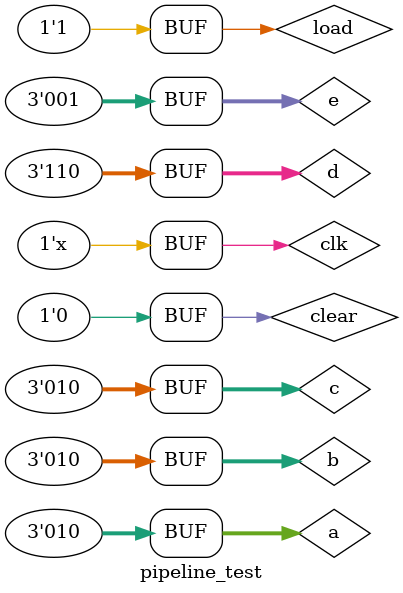
<source format=v>
`timescale 1ns / 1ps


module pipeline_test( );
reg clk, load, clear;
reg [2:0] a, b, c, d, e;
wire [2:0] res;
//wire [14:0] out;
pipeline ppln_sim(a, b, c, d, e, clk, load, clear, res);

initial begin
clear = 1; load = 0; clk = 0;
//res = 1 * 0 + 3 - 1 * 2 = 1;
#25 clear = 0; load = 1; a = 1; b = 0; c = 3; d = 1; e = 2;
//res = 7 * 1 + 0 - 2 * 1 = 5
#50 a = 7; b = 1; c = 0; d = 2; e = 1;
//res = 2 * 2 + 2 - 6 * 1 = 0
#50 a = 2; b = 2; c = 2; d = 6; e = 1;

end


always
#25 clk = ~clk;
endmodule

</source>
